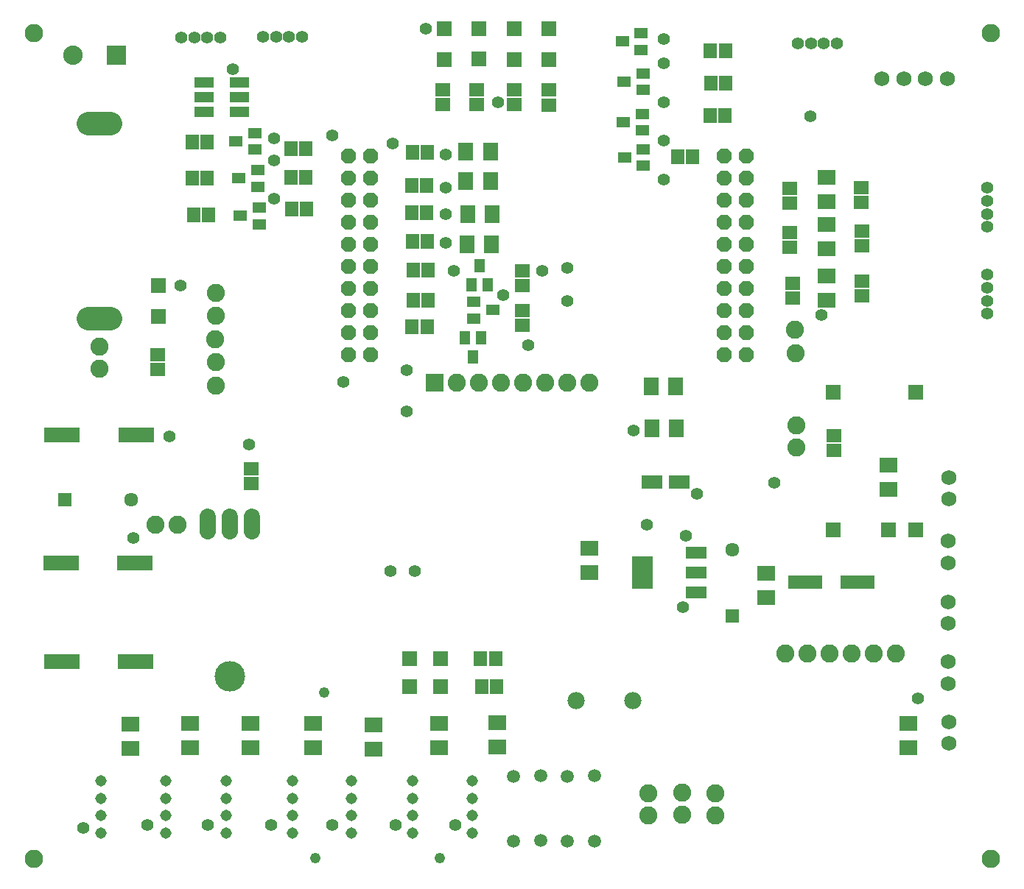
<source format=gts>
G75*
%MOIN*%
%OFA0B0*%
%FSLAX25Y25*%
%IPPOS*%
%LPD*%
%AMOC8*
5,1,8,0,0,1.08239X$1,22.5*
%
%ADD10C,0.08280*%
%ADD11R,0.06343X0.06343*%
%ADD12C,0.06343*%
%ADD13C,0.06824*%
%ADD14R,0.07887X0.07099*%
%ADD15R,0.15761X0.06312*%
%ADD16R,0.16154X0.07099*%
%ADD17R,0.07099X0.07887*%
%ADD18C,0.07400*%
%ADD19C,0.13800*%
%ADD20R,0.06312X0.04737*%
%ADD21C,0.05556*%
%ADD22R,0.09600X0.05600*%
%ADD23R,0.09461X0.14973*%
%ADD24R,0.06706X0.06706*%
%ADD25R,0.08674X0.05131*%
%ADD26R,0.08800X0.08800*%
%ADD27C,0.08800*%
%ADD28R,0.04737X0.06312*%
%ADD29R,0.05918X0.06706*%
%ADD30R,0.06706X0.05918*%
%ADD31C,0.08200*%
%ADD32OC8,0.06824*%
%ADD33C,0.05950*%
%ADD34R,0.06824X0.06824*%
%ADD35C,0.10800*%
%ADD36R,0.09461X0.06312*%
%ADD37C,0.05162*%
%ADD38C,0.07800*%
%ADD39R,0.08200X0.08200*%
%ADD40C,0.05550*%
%ADD41C,0.04762*%
D10*
X0010843Y0010843D03*
X0010843Y0384858D03*
X0443913Y0384858D03*
X0443913Y0010843D03*
D11*
X0326921Y0120640D03*
X0025039Y0173587D03*
D12*
X0055039Y0173587D03*
X0326921Y0150640D03*
D13*
X0424750Y0154750D03*
X0424750Y0144907D03*
X0424750Y0127250D03*
X0424750Y0117407D03*
X0424802Y0099959D03*
X0424802Y0090116D03*
X0424875Y0072875D03*
X0424875Y0063032D03*
X0425000Y0173657D03*
X0425000Y0183500D03*
X0424278Y0364125D03*
X0414435Y0364125D03*
X0404593Y0364125D03*
X0394750Y0364125D03*
D14*
X0369750Y0319512D03*
X0369750Y0308488D03*
X0369750Y0298012D03*
X0369750Y0286988D03*
X0369750Y0274762D03*
X0369750Y0263738D03*
X0397565Y0189072D03*
X0397565Y0178048D03*
X0342250Y0140262D03*
X0342250Y0129238D03*
X0406625Y0072137D03*
X0406625Y0061113D03*
X0262250Y0140488D03*
X0262250Y0151512D03*
X0220735Y0072596D03*
X0220735Y0061573D03*
X0194238Y0060952D03*
X0194238Y0071975D03*
X0164616Y0071604D03*
X0164616Y0060581D03*
X0137248Y0060981D03*
X0137248Y0072005D03*
X0109126Y0072009D03*
X0109126Y0060985D03*
X0081812Y0061210D03*
X0081812Y0072233D03*
X0054732Y0071906D03*
X0054732Y0060882D03*
D15*
X0359884Y0136059D03*
X0383506Y0136059D03*
D16*
X0056679Y0144657D03*
X0023215Y0144657D03*
X0023528Y0099970D03*
X0056992Y0099970D03*
X0057272Y0202888D03*
X0023807Y0202888D03*
D17*
X0207038Y0289150D03*
X0218062Y0289150D03*
X0218262Y0302750D03*
X0207238Y0302750D03*
X0206488Y0317750D03*
X0217512Y0317750D03*
X0217512Y0331000D03*
X0206488Y0331000D03*
X0290438Y0224750D03*
X0301462Y0224750D03*
X0301762Y0205900D03*
X0290738Y0205900D03*
D18*
X0109750Y0165800D02*
X0109750Y0159200D01*
X0099750Y0159200D02*
X0099750Y0165800D01*
X0089750Y0165800D02*
X0089750Y0159200D01*
D19*
X0099750Y0093500D03*
D20*
X0210084Y0255585D03*
X0218745Y0259325D03*
X0210084Y0263065D03*
X0278169Y0328500D03*
X0286831Y0324760D03*
X0286831Y0332240D03*
X0286456Y0340760D03*
X0286456Y0348240D03*
X0277794Y0344500D03*
X0286581Y0359010D03*
X0286581Y0366490D03*
X0277919Y0362750D03*
X0285831Y0377260D03*
X0285831Y0384740D03*
X0277169Y0381000D03*
X0111081Y0339490D03*
X0111081Y0332010D03*
X0112331Y0322740D03*
X0112331Y0315260D03*
X0103669Y0319000D03*
X0113081Y0305740D03*
X0113081Y0298260D03*
X0104419Y0302000D03*
X0102419Y0335750D03*
D21*
X0095358Y0382750D03*
X0089453Y0382750D03*
X0083547Y0382750D03*
X0077642Y0382750D03*
X0114642Y0383000D03*
X0120547Y0383000D03*
X0126453Y0383000D03*
X0132358Y0383000D03*
X0356642Y0380250D03*
X0362547Y0380250D03*
X0368453Y0380250D03*
X0374358Y0380250D03*
X0442250Y0314733D03*
X0442250Y0308828D03*
X0442250Y0302922D03*
X0442250Y0297017D03*
X0442500Y0275358D03*
X0442500Y0269453D03*
X0442500Y0263547D03*
X0442500Y0257642D03*
D22*
X0310700Y0149600D03*
X0310700Y0140500D03*
X0310700Y0131400D03*
D23*
X0286299Y0140500D03*
D24*
X0194890Y0101500D03*
X0194890Y0088750D03*
X0181110Y0088750D03*
X0181110Y0101500D03*
X0067458Y0256608D03*
X0067458Y0270387D03*
X0196625Y0372860D03*
X0196625Y0386640D03*
X0212250Y0386765D03*
X0212250Y0372985D03*
X0228375Y0372860D03*
X0228375Y0386640D03*
X0244125Y0386640D03*
X0244125Y0372860D03*
D25*
X0103874Y0362443D03*
X0103874Y0355750D03*
X0103874Y0349057D03*
X0088126Y0349057D03*
X0088126Y0355750D03*
X0088126Y0362443D03*
D26*
X0048500Y0374750D03*
D27*
X0028815Y0374750D03*
D28*
X0208865Y0270774D03*
X0216345Y0270774D03*
X0212605Y0279435D03*
X0213490Y0246831D03*
X0206010Y0246831D03*
X0209750Y0238169D03*
D29*
X0188846Y0251750D03*
X0182154Y0251750D03*
X0182711Y0263904D03*
X0189404Y0263904D03*
X0189404Y0277469D03*
X0182711Y0277469D03*
X0182304Y0290600D03*
X0188996Y0290600D03*
X0188596Y0303500D03*
X0181904Y0303500D03*
X0181904Y0315750D03*
X0188596Y0315750D03*
X0189096Y0330750D03*
X0182404Y0330750D03*
X0134096Y0332500D03*
X0127404Y0332500D03*
X0127404Y0319500D03*
X0134096Y0319500D03*
X0134346Y0305250D03*
X0127654Y0305250D03*
X0090096Y0302500D03*
X0083404Y0302500D03*
X0082654Y0319000D03*
X0089346Y0319000D03*
X0089346Y0335500D03*
X0082654Y0335500D03*
X0302404Y0328750D03*
X0309096Y0328750D03*
X0316904Y0347500D03*
X0323596Y0347500D03*
X0324096Y0362250D03*
X0317404Y0362250D03*
X0317154Y0376750D03*
X0323846Y0376750D03*
X0219846Y0101500D03*
X0213154Y0101500D03*
X0213779Y0088750D03*
X0220471Y0088750D03*
D30*
X0109400Y0180804D03*
X0109400Y0187496D03*
X0066878Y0232405D03*
X0066878Y0239097D03*
X0196000Y0352404D03*
X0196000Y0359096D03*
X0211500Y0359221D03*
X0211500Y0352529D03*
X0228500Y0352404D03*
X0228500Y0359096D03*
X0244000Y0358971D03*
X0244000Y0352279D03*
X0232152Y0276979D03*
X0232152Y0270286D03*
X0232031Y0259092D03*
X0232031Y0252399D03*
X0354250Y0264654D03*
X0354250Y0271346D03*
X0353000Y0287904D03*
X0353000Y0294596D03*
X0353000Y0307654D03*
X0353000Y0314346D03*
X0385500Y0314846D03*
X0385500Y0308154D03*
X0385750Y0295096D03*
X0385750Y0288404D03*
X0385750Y0272596D03*
X0385750Y0265904D03*
X0372872Y0202462D03*
X0372872Y0195769D03*
D31*
X0356000Y0197250D03*
X0356000Y0207250D03*
X0355750Y0239750D03*
X0355250Y0250500D03*
X0262378Y0226600D03*
X0252378Y0226600D03*
X0242378Y0226600D03*
X0232378Y0226600D03*
X0222378Y0226600D03*
X0212378Y0226600D03*
X0202378Y0226600D03*
X0093250Y0225000D03*
X0093250Y0235750D03*
X0093000Y0246250D03*
X0093250Y0256750D03*
X0093375Y0267125D03*
X0040813Y0242750D03*
X0040813Y0232750D03*
X0066000Y0162250D03*
X0076000Y0162250D03*
X0289125Y0040500D03*
X0289125Y0030500D03*
X0304500Y0030750D03*
X0304500Y0040750D03*
X0319500Y0040500D03*
X0319500Y0030500D03*
X0351125Y0103625D03*
X0361125Y0103625D03*
X0371125Y0103625D03*
X0381125Y0103625D03*
X0391125Y0103625D03*
X0401125Y0103625D03*
D32*
X0333500Y0239000D03*
X0333500Y0249000D03*
X0333500Y0259000D03*
X0333500Y0269000D03*
X0333500Y0279000D03*
X0333500Y0289000D03*
X0333500Y0299000D03*
X0333500Y0309000D03*
X0333500Y0319000D03*
X0333500Y0329000D03*
X0323500Y0329000D03*
X0323500Y0319000D03*
X0323500Y0309000D03*
X0323500Y0299000D03*
X0323500Y0289000D03*
X0323500Y0279000D03*
X0323500Y0269000D03*
X0323500Y0259000D03*
X0323500Y0249000D03*
X0323500Y0239000D03*
X0163500Y0239000D03*
X0163500Y0249000D03*
X0153500Y0249000D03*
X0153500Y0239000D03*
X0153500Y0259000D03*
X0153500Y0269000D03*
X0163500Y0269000D03*
X0163500Y0259000D03*
X0163500Y0279000D03*
X0163500Y0289000D03*
X0153500Y0289000D03*
X0153500Y0279000D03*
X0153500Y0299000D03*
X0153500Y0309000D03*
X0163500Y0309000D03*
X0163500Y0299000D03*
X0163500Y0319000D03*
X0163500Y0329000D03*
X0153500Y0329000D03*
X0153500Y0319000D03*
D33*
X0228000Y0048153D03*
X0240175Y0048575D03*
X0252500Y0048153D03*
X0264550Y0048300D03*
X0264550Y0018772D03*
X0252500Y0018625D03*
X0240175Y0019047D03*
X0228000Y0018625D03*
D34*
X0372553Y0159731D03*
X0397514Y0159731D03*
X0410033Y0159731D03*
X0410053Y0222251D03*
X0372553Y0222251D03*
D35*
X0045813Y0255326D02*
X0035813Y0255326D01*
X0035813Y0343926D02*
X0045813Y0343926D01*
D36*
X0290551Y0181350D03*
X0303149Y0181350D03*
D37*
X0209340Y0046060D03*
X0209340Y0038186D03*
X0209340Y0030312D03*
X0209340Y0022438D03*
X0182340Y0022438D03*
X0182340Y0030312D03*
X0182340Y0038186D03*
X0182340Y0046060D03*
X0154715Y0046060D03*
X0154715Y0038186D03*
X0154715Y0030312D03*
X0154715Y0022438D03*
X0127840Y0022438D03*
X0127840Y0030312D03*
X0127840Y0038186D03*
X0127840Y0046060D03*
X0098090Y0046060D03*
X0098090Y0038186D03*
X0098090Y0030312D03*
X0098090Y0022438D03*
X0070590Y0022438D03*
X0070590Y0030312D03*
X0070590Y0038186D03*
X0070590Y0046060D03*
X0041465Y0046060D03*
X0041465Y0038186D03*
X0041465Y0030312D03*
X0041465Y0022438D03*
D38*
X0256455Y0082500D03*
X0282045Y0082500D03*
D39*
X0192378Y0226600D03*
D40*
X0179750Y0232250D03*
X0179750Y0213500D03*
X0151000Y0226625D03*
X0108500Y0198500D03*
X0072250Y0202250D03*
X0056000Y0156000D03*
X0172250Y0141000D03*
X0183500Y0141000D03*
X0282250Y0204750D03*
X0311000Y0176000D03*
X0306000Y0157250D03*
X0288500Y0162250D03*
X0304750Y0124750D03*
X0346000Y0181000D03*
X0367250Y0257250D03*
X0296000Y0318500D03*
X0296000Y0336000D03*
X0296000Y0353500D03*
X0296000Y0371000D03*
X0296000Y0382250D03*
X0362250Y0347250D03*
X0252250Y0278500D03*
X0241000Y0277250D03*
X0252250Y0263500D03*
X0234750Y0243500D03*
X0223500Y0266000D03*
X0201000Y0277250D03*
X0197250Y0289750D03*
X0197250Y0302875D03*
X0197250Y0314750D03*
X0197250Y0329750D03*
X0173500Y0334750D03*
X0146000Y0338500D03*
X0119750Y0337250D03*
X0119750Y0327250D03*
X0119750Y0309750D03*
X0077250Y0270375D03*
X0101000Y0368500D03*
X0188500Y0386625D03*
X0221000Y0353500D03*
X0411000Y0083500D03*
X0201782Y0026000D03*
X0174750Y0026000D03*
X0146000Y0026000D03*
X0118500Y0026000D03*
X0089750Y0026000D03*
X0062250Y0026000D03*
X0033500Y0024750D03*
D41*
X0138500Y0011000D03*
X0194750Y0011000D03*
X0142250Y0086000D03*
M02*

</source>
